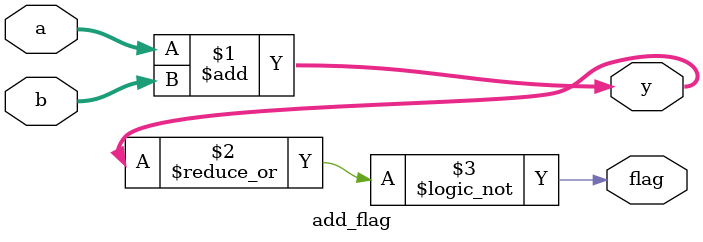
<source format=v>
module add_flag(a,b,y,flag);
	input[3:0]a,b;
	output [4:0]y;
	output flag;

	assign y = a+b;
	assign flag = ~|y;
endmodule

</source>
